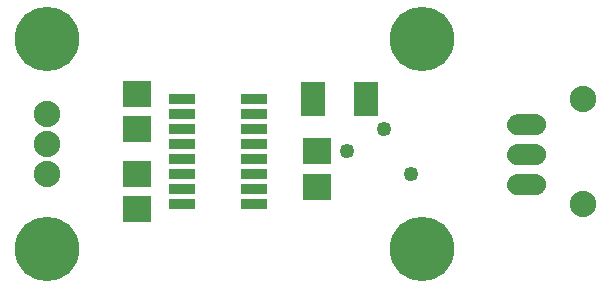
<source format=gts>
G04 MADE WITH FRITZING*
G04 WWW.FRITZING.ORG*
G04 DOUBLE SIDED*
G04 HOLES PLATED*
G04 CONTOUR ON CENTER OF CONTOUR VECTOR*
%ASAXBY*%
%FSLAX23Y23*%
%MOIN*%
%OFA0B0*%
%SFA1.0B1.0*%
%ADD10C,0.049370*%
%ADD11C,0.088000*%
%ADD12C,0.070000*%
%ADD13C,0.214724*%
%ADD14R,0.090000X0.036000*%
%ADD15R,0.096614X0.088740*%
%ADD16R,0.080866X0.116299*%
%ADD17R,0.001000X0.001000*%
%LNMASK1*%
G90*
G70*
G54D10*
X1345Y390D03*
X1132Y465D03*
G54D11*
X1920Y640D03*
X1920Y290D03*
G54D12*
X1732Y353D03*
X1732Y453D03*
X1732Y553D03*
X1732Y353D03*
X1732Y453D03*
X1732Y553D03*
G54D10*
X1257Y540D03*
G54D13*
X1382Y140D03*
X1382Y840D03*
X132Y140D03*
X132Y840D03*
G54D11*
X132Y390D03*
X132Y490D03*
X132Y590D03*
G54D14*
X582Y640D03*
X582Y590D03*
X582Y540D03*
X582Y490D03*
X582Y440D03*
X582Y390D03*
X582Y340D03*
X582Y290D03*
X824Y290D03*
X824Y340D03*
X824Y390D03*
X824Y440D03*
X824Y490D03*
X824Y540D03*
X824Y590D03*
X824Y640D03*
G54D15*
X432Y540D03*
X432Y658D03*
X432Y390D03*
X432Y272D03*
X1032Y465D03*
X1032Y347D03*
G54D16*
X1021Y640D03*
X1195Y640D03*
G54D17*
X1695Y588D02*
X1768Y588D01*
X1691Y587D02*
X1772Y587D01*
X1689Y586D02*
X1774Y586D01*
X1687Y585D02*
X1776Y585D01*
X1685Y584D02*
X1778Y584D01*
X1683Y583D02*
X1780Y583D01*
X1682Y582D02*
X1781Y582D01*
X1680Y581D02*
X1782Y581D01*
X1679Y580D02*
X1784Y580D01*
X1678Y579D02*
X1785Y579D01*
X1677Y578D02*
X1786Y578D01*
X1676Y577D02*
X1787Y577D01*
X1675Y576D02*
X1788Y576D01*
X1675Y575D02*
X1788Y575D01*
X1674Y574D02*
X1789Y574D01*
X1673Y573D02*
X1790Y573D01*
X1672Y572D02*
X1790Y572D01*
X1672Y571D02*
X1791Y571D01*
X1671Y570D02*
X1792Y570D01*
X1671Y569D02*
X1792Y569D01*
X1670Y568D02*
X1726Y568D01*
X1737Y568D02*
X1793Y568D01*
X1670Y567D02*
X1723Y567D01*
X1740Y567D02*
X1793Y567D01*
X1669Y566D02*
X1722Y566D01*
X1741Y566D02*
X1794Y566D01*
X1669Y565D02*
X1720Y565D01*
X1742Y565D02*
X1794Y565D01*
X1669Y564D02*
X1719Y564D01*
X1743Y564D02*
X1794Y564D01*
X1668Y563D02*
X1719Y563D01*
X1744Y563D02*
X1795Y563D01*
X1668Y562D02*
X1718Y562D01*
X1745Y562D02*
X1795Y562D01*
X1668Y561D02*
X1718Y561D01*
X1745Y561D02*
X1795Y561D01*
X1668Y560D02*
X1717Y560D01*
X1746Y560D02*
X1795Y560D01*
X1667Y559D02*
X1717Y559D01*
X1746Y559D02*
X1795Y559D01*
X1667Y558D02*
X1716Y558D01*
X1746Y558D02*
X1796Y558D01*
X1667Y557D02*
X1716Y557D01*
X1747Y557D02*
X1796Y557D01*
X1667Y556D02*
X1716Y556D01*
X1747Y556D02*
X1796Y556D01*
X1667Y555D02*
X1716Y555D01*
X1747Y555D02*
X1796Y555D01*
X1667Y554D02*
X1716Y554D01*
X1747Y554D02*
X1796Y554D01*
X1667Y553D02*
X1716Y553D01*
X1747Y553D02*
X1796Y553D01*
X1667Y552D02*
X1716Y552D01*
X1747Y552D02*
X1796Y552D01*
X1667Y551D02*
X1716Y551D01*
X1747Y551D02*
X1796Y551D01*
X1667Y550D02*
X1716Y550D01*
X1746Y550D02*
X1796Y550D01*
X1667Y549D02*
X1717Y549D01*
X1746Y549D02*
X1795Y549D01*
X1668Y548D02*
X1717Y548D01*
X1746Y548D02*
X1795Y548D01*
X1668Y547D02*
X1717Y547D01*
X1745Y547D02*
X1795Y547D01*
X1668Y546D02*
X1718Y546D01*
X1745Y546D02*
X1795Y546D01*
X1668Y545D02*
X1718Y545D01*
X1744Y545D02*
X1795Y545D01*
X1668Y544D02*
X1719Y544D01*
X1744Y544D02*
X1794Y544D01*
X1669Y543D02*
X1720Y543D01*
X1743Y543D02*
X1794Y543D01*
X1669Y542D02*
X1721Y542D01*
X1742Y542D02*
X1794Y542D01*
X1670Y541D02*
X1723Y541D01*
X1740Y541D02*
X1793Y541D01*
X1670Y540D02*
X1725Y540D01*
X1738Y540D02*
X1793Y540D01*
X1671Y539D02*
X1730Y539D01*
X1733Y539D02*
X1792Y539D01*
X1671Y538D02*
X1792Y538D01*
X1672Y537D02*
X1791Y537D01*
X1672Y536D02*
X1791Y536D01*
X1673Y535D02*
X1790Y535D01*
X1674Y534D02*
X1789Y534D01*
X1674Y533D02*
X1789Y533D01*
X1675Y532D02*
X1788Y532D01*
X1676Y531D02*
X1787Y531D01*
X1677Y530D02*
X1786Y530D01*
X1678Y529D02*
X1785Y529D01*
X1679Y528D02*
X1784Y528D01*
X1680Y527D02*
X1783Y527D01*
X1681Y526D02*
X1781Y526D01*
X1683Y525D02*
X1780Y525D01*
X1684Y524D02*
X1778Y524D01*
X1686Y523D02*
X1777Y523D01*
X1688Y522D02*
X1775Y522D01*
X1691Y521D02*
X1772Y521D01*
X1694Y520D02*
X1769Y520D01*
X1700Y519D02*
X1763Y519D01*
X1694Y488D02*
X1768Y488D01*
X1691Y487D02*
X1772Y487D01*
X1688Y486D02*
X1774Y486D01*
X1686Y485D02*
X1776Y485D01*
X1685Y484D02*
X1778Y484D01*
X1683Y483D02*
X1780Y483D01*
X1682Y482D02*
X1781Y482D01*
X1680Y481D02*
X1783Y481D01*
X1679Y480D02*
X1784Y480D01*
X1678Y479D02*
X1785Y479D01*
X1677Y478D02*
X1786Y478D01*
X1676Y477D02*
X1787Y477D01*
X1675Y476D02*
X1788Y476D01*
X1674Y475D02*
X1788Y475D01*
X1674Y474D02*
X1789Y474D01*
X1673Y473D02*
X1790Y473D01*
X1672Y472D02*
X1791Y472D01*
X1672Y471D02*
X1791Y471D01*
X1671Y470D02*
X1792Y470D01*
X1671Y469D02*
X1792Y469D01*
X1670Y468D02*
X1725Y468D01*
X1738Y468D02*
X1793Y468D01*
X1670Y467D02*
X1723Y467D01*
X1740Y467D02*
X1793Y467D01*
X1669Y466D02*
X1722Y466D01*
X1741Y466D02*
X1794Y466D01*
X1669Y465D02*
X1720Y465D01*
X1743Y465D02*
X1794Y465D01*
X1669Y464D02*
X1719Y464D01*
X1743Y464D02*
X1794Y464D01*
X1668Y463D02*
X1719Y463D01*
X1744Y463D02*
X1795Y463D01*
X1668Y462D02*
X1718Y462D01*
X1745Y462D02*
X1795Y462D01*
X1668Y461D02*
X1717Y461D01*
X1745Y461D02*
X1795Y461D01*
X1668Y460D02*
X1717Y460D01*
X1746Y460D02*
X1795Y460D01*
X1667Y459D02*
X1717Y459D01*
X1746Y459D02*
X1795Y459D01*
X1667Y458D02*
X1716Y458D01*
X1746Y458D02*
X1796Y458D01*
X1667Y457D02*
X1716Y457D01*
X1747Y457D02*
X1796Y457D01*
X1667Y456D02*
X1716Y456D01*
X1747Y456D02*
X1796Y456D01*
X1667Y455D02*
X1716Y455D01*
X1747Y455D02*
X1796Y455D01*
X1667Y454D02*
X1716Y454D01*
X1747Y454D02*
X1796Y454D01*
X1667Y453D02*
X1716Y453D01*
X1747Y453D02*
X1796Y453D01*
X1667Y452D02*
X1716Y452D01*
X1747Y452D02*
X1796Y452D01*
X1667Y451D02*
X1716Y451D01*
X1747Y451D02*
X1796Y451D01*
X1667Y450D02*
X1716Y450D01*
X1746Y450D02*
X1796Y450D01*
X1667Y449D02*
X1717Y449D01*
X1746Y449D02*
X1795Y449D01*
X1668Y448D02*
X1717Y448D01*
X1746Y448D02*
X1795Y448D01*
X1668Y447D02*
X1717Y447D01*
X1745Y447D02*
X1795Y447D01*
X1668Y446D02*
X1718Y446D01*
X1745Y446D02*
X1795Y446D01*
X1668Y445D02*
X1719Y445D01*
X1744Y445D02*
X1795Y445D01*
X1669Y444D02*
X1719Y444D01*
X1744Y444D02*
X1794Y444D01*
X1669Y443D02*
X1720Y443D01*
X1743Y443D02*
X1794Y443D01*
X1669Y442D02*
X1721Y442D01*
X1741Y442D02*
X1794Y442D01*
X1670Y441D02*
X1723Y441D01*
X1740Y441D02*
X1793Y441D01*
X1670Y440D02*
X1725Y440D01*
X1738Y440D02*
X1793Y440D01*
X1671Y439D02*
X1730Y439D01*
X1732Y439D02*
X1792Y439D01*
X1671Y438D02*
X1792Y438D01*
X1672Y437D02*
X1791Y437D01*
X1672Y436D02*
X1791Y436D01*
X1673Y435D02*
X1790Y435D01*
X1674Y434D02*
X1789Y434D01*
X1674Y433D02*
X1788Y433D01*
X1675Y432D02*
X1788Y432D01*
X1676Y431D02*
X1787Y431D01*
X1677Y430D02*
X1786Y430D01*
X1678Y429D02*
X1785Y429D01*
X1679Y428D02*
X1784Y428D01*
X1680Y427D02*
X1783Y427D01*
X1682Y426D02*
X1781Y426D01*
X1683Y425D02*
X1780Y425D01*
X1684Y424D02*
X1778Y424D01*
X1686Y423D02*
X1777Y423D01*
X1688Y422D02*
X1775Y422D01*
X1691Y421D02*
X1772Y421D01*
X1694Y420D02*
X1769Y420D01*
X1701Y419D02*
X1762Y419D01*
X1694Y388D02*
X1769Y388D01*
X1691Y387D02*
X1772Y387D01*
X1688Y386D02*
X1775Y386D01*
X1686Y385D02*
X1777Y385D01*
X1685Y384D02*
X1778Y384D01*
X1683Y383D02*
X1780Y383D01*
X1682Y382D02*
X1781Y382D01*
X1680Y381D02*
X1783Y381D01*
X1679Y380D02*
X1784Y380D01*
X1678Y379D02*
X1785Y379D01*
X1677Y378D02*
X1786Y378D01*
X1676Y377D02*
X1787Y377D01*
X1675Y376D02*
X1788Y376D01*
X1674Y375D02*
X1788Y375D01*
X1674Y374D02*
X1789Y374D01*
X1673Y373D02*
X1790Y373D01*
X1672Y372D02*
X1791Y372D01*
X1672Y371D02*
X1791Y371D01*
X1671Y370D02*
X1792Y370D01*
X1671Y369D02*
X1792Y369D01*
X1670Y368D02*
X1725Y368D01*
X1738Y368D02*
X1793Y368D01*
X1670Y367D02*
X1723Y367D01*
X1740Y367D02*
X1793Y367D01*
X1669Y366D02*
X1721Y366D01*
X1741Y366D02*
X1794Y366D01*
X1669Y365D02*
X1720Y365D01*
X1743Y365D02*
X1794Y365D01*
X1669Y364D02*
X1719Y364D01*
X1743Y364D02*
X1794Y364D01*
X1668Y363D02*
X1719Y363D01*
X1744Y363D02*
X1795Y363D01*
X1668Y362D02*
X1718Y362D01*
X1745Y362D02*
X1795Y362D01*
X1668Y361D02*
X1717Y361D01*
X1745Y361D02*
X1795Y361D01*
X1668Y360D02*
X1717Y360D01*
X1746Y360D02*
X1795Y360D01*
X1667Y359D02*
X1717Y359D01*
X1746Y359D02*
X1795Y359D01*
X1667Y358D02*
X1716Y358D01*
X1746Y358D02*
X1796Y358D01*
X1667Y357D02*
X1716Y357D01*
X1747Y357D02*
X1796Y357D01*
X1667Y356D02*
X1716Y356D01*
X1747Y356D02*
X1796Y356D01*
X1667Y355D02*
X1716Y355D01*
X1747Y355D02*
X1796Y355D01*
X1667Y354D02*
X1716Y354D01*
X1747Y354D02*
X1796Y354D01*
X1667Y353D02*
X1716Y353D01*
X1747Y353D02*
X1796Y353D01*
X1667Y352D02*
X1716Y352D01*
X1747Y352D02*
X1796Y352D01*
X1667Y351D02*
X1716Y351D01*
X1747Y351D02*
X1796Y351D01*
X1667Y350D02*
X1716Y350D01*
X1746Y350D02*
X1796Y350D01*
X1667Y349D02*
X1717Y349D01*
X1746Y349D02*
X1795Y349D01*
X1668Y348D02*
X1717Y348D01*
X1746Y348D02*
X1795Y348D01*
X1668Y347D02*
X1717Y347D01*
X1745Y347D02*
X1795Y347D01*
X1668Y346D02*
X1718Y346D01*
X1745Y346D02*
X1795Y346D01*
X1668Y345D02*
X1719Y345D01*
X1744Y345D02*
X1795Y345D01*
X1669Y344D02*
X1719Y344D01*
X1743Y344D02*
X1794Y344D01*
X1669Y343D02*
X1720Y343D01*
X1743Y343D02*
X1794Y343D01*
X1669Y342D02*
X1721Y342D01*
X1741Y342D02*
X1794Y342D01*
X1670Y341D02*
X1723Y341D01*
X1740Y341D02*
X1793Y341D01*
X1670Y340D02*
X1725Y340D01*
X1738Y340D02*
X1793Y340D01*
X1671Y339D02*
X1792Y339D01*
X1671Y338D02*
X1792Y338D01*
X1672Y337D02*
X1791Y337D01*
X1672Y336D02*
X1791Y336D01*
X1673Y335D02*
X1790Y335D01*
X1674Y334D02*
X1789Y334D01*
X1674Y333D02*
X1788Y333D01*
X1675Y332D02*
X1788Y332D01*
X1676Y331D02*
X1787Y331D01*
X1677Y330D02*
X1786Y330D01*
X1678Y329D02*
X1785Y329D01*
X1679Y328D02*
X1784Y328D01*
X1680Y327D02*
X1783Y327D01*
X1682Y326D02*
X1781Y326D01*
X1683Y325D02*
X1780Y325D01*
X1685Y324D02*
X1778Y324D01*
X1686Y323D02*
X1777Y323D01*
X1688Y322D02*
X1774Y322D01*
X1691Y321D02*
X1772Y321D01*
X1694Y320D02*
X1769Y320D01*
D02*
G04 End of Mask1*
M02*
</source>
